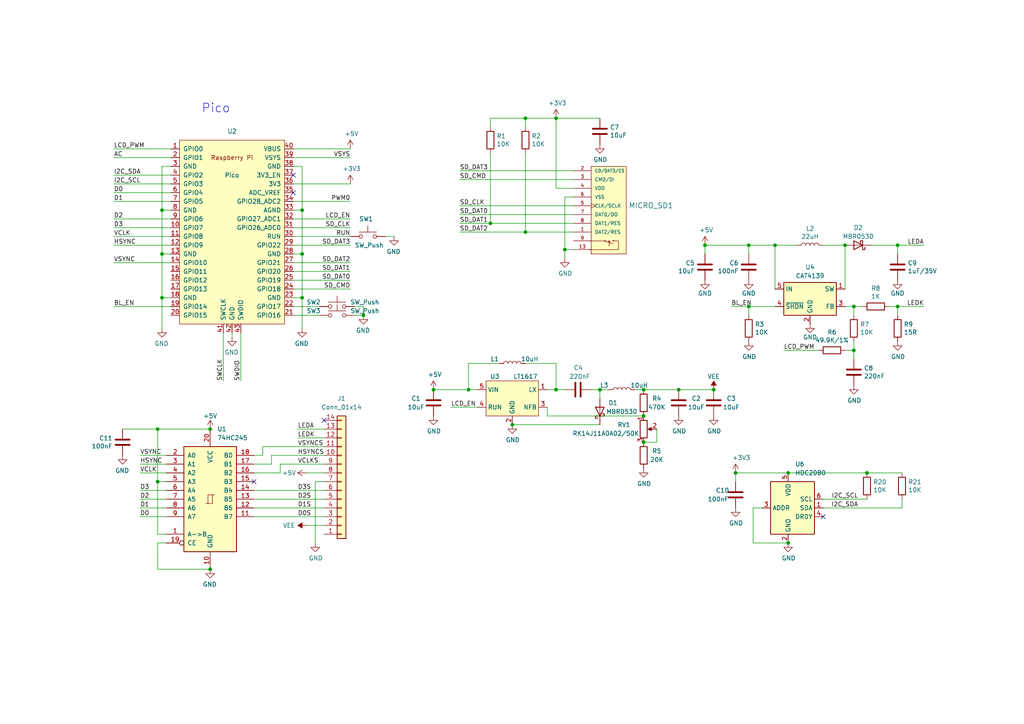
<source format=kicad_sch>
(kicad_sch (version 20211123) (generator eeschema)
  (paper "A4")
  (lib_symbols
    (symbol "74xx:74HC245" (pin_names (offset 1.016))
      (property "Reference" "U" (at -7.62 16.51 0))
      (property "Value" "74HC245" (at -7.62 -16.51 0))
      (symbol "74HC245_1_0"
        (polyline (pts (xy -0.635 -1.27) (xy -0.635 1.27) (xy 0.635 1.27)))
        (polyline (pts (xy -1.27 -1.27) (xy 0.635 -1.27) (xy 0.635 1.27) (xy 1.27 1.27)))
        (pin input line (at -12.7 -10.16 0) (length 5.08) (name "A->B") (number "1"))
        (pin power_in line (at 0 -20.32 90) (length 5.08) (name "GND") (number "10"))
        (pin tri_state line (at 12.7 -5.08 180) (length 5.08) (name "B7") (number "11"))
        (pin tri_state line (at 12.7 -2.54 180) (length 5.08) (name "B6") (number "12"))
        (pin tri_state line (at 12.7 0 180) (length 5.08) (name "B5") (number "13"))
        (pin tri_state line (at 12.7 2.54 180) (length 5.08) (name "B4") (number "14"))
        (pin tri_state line (at 12.7 5.08 180) (length 5.08) (name "B3") (number "15"))
        (pin tri_state line (at 12.7 7.62 180) (length 5.08) (name "B2") (number "16"))
        (pin tri_state line (at 12.7 10.16 180) (length 5.08) (name "B1") (number "17"))
        (pin tri_state line (at 12.7 12.7 180) (length 5.08) (name "B0") (number "18"))
        (pin input inverted (at -12.7 -12.7 0) (length 5.08) (name "CE") (number "19"))
        (pin tri_state line (at -12.7 12.7 0) (length 5.08) (name "A0") (number "2"))
        (pin power_in line (at 0 20.32 270) (length 5.08) (name "VCC") (number "20"))
        (pin tri_state line (at -12.7 10.16 0) (length 5.08) (name "A1") (number "3"))
        (pin tri_state line (at -12.7 7.62 0) (length 5.08) (name "A2") (number "4"))
        (pin tri_state line (at -12.7 5.08 0) (length 5.08) (name "A3") (number "5"))
        (pin tri_state line (at -12.7 2.54 0) (length 5.08) (name "A4") (number "6"))
        (pin tri_state line (at -12.7 0 0) (length 5.08) (name "A5") (number "7"))
        (pin tri_state line (at -12.7 -2.54 0) (length 5.08) (name "A6") (number "8"))
        (pin tri_state line (at -12.7 -5.08 0) (length 5.08) (name "A7") (number "9"))
      )
      (symbol "74HC245_1_1"
        (rectangle (start -7.62 15.24) (end 7.62 -15.24) (stroke (width 0.254)) (fill (type background)))
      )
    )
    (symbol "Connector_Generic:Conn_01x14" (pin_names (offset 1.016) hide)
      (property "Reference" "J" (at 0 17.78 0))
      (property "Value" "Conn_01x14" (at 0 -20.32 0))
      (symbol "Conn_01x14_1_1"
        (rectangle (start -1.27 -17.653) (end 0 -17.907) (stroke (width 0.1524)))
        (rectangle (start -1.27 -15.113) (end 0 -15.367) (stroke (width 0.1524)))
        (rectangle (start -1.27 -12.573) (end 0 -12.827) (stroke (width 0.1524)))
        (rectangle (start -1.27 -10.033) (end 0 -10.287) (stroke (width 0.1524)))
        (rectangle (start -1.27 -7.493) (end 0 -7.747) (stroke (width 0.1524)))
        (rectangle (start -1.27 -4.953) (end 0 -5.207) (stroke (width 0.1524)))
        (rectangle (start -1.27 -2.413) (end 0 -2.667) (stroke (width 0.1524)))
        (rectangle (start -1.27 0.127) (end 0 -0.127) (stroke (width 0.1524)))
        (rectangle (start -1.27 2.667) (end 0 2.413) (stroke (width 0.1524)))
        (rectangle (start -1.27 5.207) (end 0 4.953) (stroke (width 0.1524)))
        (rectangle (start -1.27 7.747) (end 0 7.493) (stroke (width 0.1524)))
        (rectangle (start -1.27 10.287) (end 0 10.033) (stroke (width 0.1524)))
        (rectangle (start -1.27 12.827) (end 0 12.573) (stroke (width 0.1524)))
        (rectangle (start -1.27 15.367) (end 0 15.113) (stroke (width 0.1524)))
        (rectangle (start -1.27 16.51) (end 1.27 -19.05) (stroke (width 0.254)) (fill (type background)))
        (pin passive line (at -5.08 15.24 0) (length 3.81) (name "Pin_1") (number "1"))
        (pin passive line (at -5.08 -7.62 0) (length 3.81) (name "Pin_10") (number "10"))
        (pin passive line (at -5.08 -10.16 0) (length 3.81) (name "Pin_11") (number "11"))
        (pin passive line (at -5.08 -12.7 0) (length 3.81) (name "Pin_12") (number "12"))
        (pin passive line (at -5.08 -15.24 0) (length 3.81) (name "Pin_13") (number "13"))
        (pin passive line (at -5.08 -17.78 0) (length 3.81) (name "Pin_14") (number "14"))
        (pin passive line (at -5.08 12.7 0) (length 3.81) (name "Pin_2") (number "2"))
        (pin passive line (at -5.08 10.16 0) (length 3.81) (name "Pin_3") (number "3"))
        (pin passive line (at -5.08 7.62 0) (length 3.81) (name "Pin_4") (number "4"))
        (pin passive line (at -5.08 5.08 0) (length 3.81) (name "Pin_5") (number "5"))
        (pin passive line (at -5.08 2.54 0) (length 3.81) (name "Pin_6") (number "6"))
        (pin passive line (at -5.08 0 0) (length 3.81) (name "Pin_7") (number "7"))
        (pin passive line (at -5.08 -2.54 0) (length 3.81) (name "Pin_8") (number "8"))
        (pin passive line (at -5.08 -5.08 0) (length 3.81) (name "Pin_9") (number "9"))
      )
    )
    (symbol "Device:C" (pin_numbers hide) (pin_names (offset 0.254))
      (property "Reference" "C" (at 0.635 2.54 0))
      (property "Value" "C" (at 0.635 -2.54 0))
      (symbol "C_0_1"
        (polyline (pts (xy -2.032 -0.762) (xy 2.032 -0.762)) (stroke (width 0.508)))
        (polyline (pts (xy -2.032 0.762) (xy 2.032 0.762)) (stroke (width 0.508)))
      )
      (symbol "C_1_1"
        (pin passive line (at 0 3.81 270) (length 2.794) (name "~") (number "1"))
        (pin passive line (at 0 -3.81 90) (length 2.794) (name "~") (number "2"))
      )
    )
    (symbol "Device:L" (pin_numbers hide) (pin_names (offset 1.016) hide)
      (property "Reference" "L" (at -1.27 0 90))
      (property "Value" "L" (at 1.905 0 90))
      (symbol "L_0_1"
        (arc (start 0 -2.54) (mid 0.635 -1.905) (end 0 -1.27))
        (arc (start 0 -1.27) (mid 0.635 -0.635) (end 0 0))
        (arc (start 0 0) (mid 0.635 0.635) (end 0 1.27))
        (arc (start 0 1.27) (mid 0.635 1.905) (end 0 2.54))
      )
      (symbol "L_1_1"
        (pin passive line (at 0 3.81 270) (length 1.27) (name "1") (number "1"))
        (pin passive line (at 0 -3.81 90) (length 1.27) (name "2") (number "2"))
      )
    )
    (symbol "Device:R" (pin_numbers hide) (pin_names (offset 0))
      (property "Reference" "R" (at 2.032 0 90))
      (property "Value" "R" (at 0 0 90))
      (symbol "R_0_1"
        (rectangle (start -1.016 -2.54) (end 1.016 2.54) (stroke (width 0.254)))
      )
      (symbol "R_1_1"
        (pin passive line (at 0 3.81 270) (length 1.27) (name "~") (number "1"))
        (pin passive line (at 0 -3.81 90) (length 1.27) (name "~") (number "2"))
      )
    )
    (symbol "Device:R_POT" (pin_names (offset 1.016) hide)
      (property "Reference" "RV" (at -4.445 0 90))
      (property "Value" "Device_R_POT" (at -2.54 0 90))
      (symbol "R_POT_0_1"
        (polyline (pts (xy 2.54 0) (xy 1.524 0)))
        (polyline (pts (xy 1.143 0) (xy 2.286 0.508) (xy 2.286 -0.508) (xy 1.143 0)) (fill (type outline)))
        (rectangle (start 1.016 2.54) (end -1.016 -2.54) (stroke (width 0.254)))
      )
      (symbol "R_POT_1_1"
        (pin passive line (at 0 3.81 270) (length 1.27) (name "1") (number "1"))
        (pin passive line (at 3.81 0 180) (length 1.27) (name "2") (number "2"))
        (pin passive line (at 0 -3.81 90) (length 1.27) (name "3") (number "3"))
      )
    )
    (symbol "Diode:1N5819" (pin_numbers hide) (pin_names (offset 1.016) hide)
      (property "Reference" "D" (at 0 2.54 0))
      (property "Value" "1N5819" (at 0 -2.54 0))
      (symbol "1N5819_0_1"
        (polyline (pts (xy 1.27 0) (xy -1.27 0)))
        (polyline (pts (xy 1.27 1.27) (xy 1.27 -1.27) (xy -1.27 0) (xy 1.27 1.27)) (stroke (width 0.254)))
        (polyline (pts (xy -1.905 0.635) (xy -1.905 1.27) (xy -1.27 1.27) (xy -1.27 -1.27) (xy -0.635 -1.27) (xy -0.635 -0.635)) (stroke (width 0.254)))
      )
      (symbol "1N5819_1_1"
        (pin passive line (at -3.81 0 0) (length 2.54) (name "K") (number "1"))
        (pin passive line (at 3.81 0 180) (length 2.54) (name "A") (number "2"))
      )
    )
    (symbol "Diode:MBR0530" (pin_numbers hide) (pin_names (offset 1.016) hide)
      (property "Reference" "D" (at 0 2.54 0))
      (property "Value" "MBR0530" (at 0 -2.54 0))
      (symbol "MBR0530_0_1"
        (polyline (pts (xy 1.27 0) (xy -1.27 0)))
        (polyline (pts (xy 1.27 1.27) (xy 1.27 -1.27) (xy -1.27 0) (xy 1.27 1.27)) (stroke (width 0.254)))
        (polyline (pts (xy -1.905 0.635) (xy -1.905 1.27) (xy -1.27 1.27) (xy -1.27 -1.27) (xy -0.635 -1.27) (xy -0.635 -0.635)) (stroke (width 0.254)))
      )
      (symbol "MBR0530_1_1"
        (pin passive line (at -3.81 0 0) (length 2.54) (name "K") (number "1"))
        (pin passive line (at 3.81 0 180) (length 2.54) (name "A") (number "2"))
      )
    )
    (symbol "RPi_Pico:Pico" (pin_names (offset 1.016))
      (property "Reference" "U" (at -13.97 27.94 0))
      (property "Value" "Pico" (at 0 19.05 0))
      (symbol "Pico_0_0"
        (text "Raspberry Pi" (at 0 21.59 0) (effects (font (size 1.27 1.27))))
      )
      (symbol "Pico_0_1"
        (rectangle (start -15.24 26.67) (end 15.24 -26.67) (fill (type background)))
      )
      (symbol "Pico_1_1"
        (pin bidirectional line (at -17.78 24.13 0) (length 2.54) (name "GPIO0") (number "1"))
        (pin bidirectional line (at -17.78 1.27 0) (length 2.54) (name "GPIO7") (number "10"))
        (pin bidirectional line (at -17.78 -1.27 0) (length 2.54) (name "GPIO8") (number "11"))
        (pin bidirectional line (at -17.78 -3.81 0) (length 2.54) (name "GPIO9") (number "12"))
        (pin power_in line (at -17.78 -6.35 0) (length 2.54) (name "GND") (number "13"))
        (pin bidirectional line (at -17.78 -8.89 0) (length 2.54) (name "GPIO10") (number "14"))
        (pin bidirectional line (at -17.78 -11.43 0) (length 2.54) (name "GPIO11") (number "15"))
        (pin bidirectional line (at -17.78 -13.97 0) (length 2.54) (name "GPIO12") (number "16"))
        (pin bidirectional line (at -17.78 -16.51 0) (length 2.54) (name "GPIO13") (number "17"))
        (pin power_in line (at -17.78 -19.05 0) (length 2.54) (name "GND") (number "18"))
        (pin bidirectional line (at -17.78 -21.59 0) (length 2.54) (name "GPIO14") (number "19"))
        (pin bidirectional line (at -17.78 21.59 0) (length 2.54) (name "GPIO1") (number "2"))
        (pin bidirectional line (at -17.78 -24.13 0) (length 2.54) (name "GPIO15") (number "20"))
        (pin bidirectional line (at 17.78 -24.13 180) (length 2.54) (name "GPIO16") (number "21"))
        (pin bidirectional line (at 17.78 -21.59 180) (length 2.54) (name "GPIO17") (number "22"))
        (pin power_in line (at 17.78 -19.05 180) (length 2.54) (name "GND") (number "23"))
        (pin bidirectional line (at 17.78 -16.51 180) (length 2.54) (name "GPIO18") (number "24"))
        (pin bidirectional line (at 17.78 -13.97 180) (length 2.54) (name "GPIO19") (number "25"))
        (pin bidirectional line (at 17.78 -11.43 180) (length 2.54) (name "GPIO20") (number "26"))
        (pin bidirectional line (at 17.78 -8.89 180) (length 2.54) (name "GPIO21") (number "27"))
        (pin power_in line (at 17.78 -6.35 180) (length 2.54) (name "GND") (number "28"))
        (pin bidirectional line (at 17.78 -3.81 180) (length 2.54) (name "GPIO22") (number "29"))
        (pin power_in line (at -17.78 19.05 0) (length 2.54) (name "GND") (number "3"))
        (pin input line (at 17.78 -1.27 180) (length 2.54) (name "RUN") (number "30"))
        (pin bidirectional line (at 17.78 1.27 180) (length 2.54) (name "GPIO26_ADC0") (number "31"))
        (pin bidirectional line (at 17.78 3.81 180) (length 2.54) (name "GPIO27_ADC1") (number "32"))
        (pin power_in line (at 17.78 6.35 180) (length 2.54) (name "AGND") (number "33"))
        (pin bidirectional line (at 17.78 8.89 180) (length 2.54) (name "GPIO28_ADC2") (number "34"))
        (pin unspecified line (at 17.78 11.43 180) (length 2.54) (name "ADC_VREF") (number "35"))
        (pin unspecified line (at 17.78 13.97 180) (length 2.54) (name "3V3") (number "36"))
        (pin input line (at 17.78 16.51 180) (length 2.54) (name "3V3_EN") (number "37"))
        (pin bidirectional line (at 17.78 19.05 180) (length 2.54) (name "GND") (number "38"))
        (pin unspecified line (at 17.78 21.59 180) (length 2.54) (name "VSYS") (number "39"))
        (pin bidirectional line (at -17.78 16.51 0) (length 2.54) (name "GPIO2") (number "4"))
        (pin unspecified line (at 17.78 24.13 180) (length 2.54) (name "VBUS") (number "40"))
        (pin input line (at -2.54 -29.21 90) (length 2.54) (name "SWCLK") (number "41"))
        (pin power_in line (at 0 -29.21 90) (length 2.54) (name "GND") (number "42"))
        (pin bidirectional line (at 2.54 -29.21 90) (length 2.54) (name "SWDIO") (number "43"))
        (pin bidirectional line (at -17.78 13.97 0) (length 2.54) (name "GPIO3") (number "5"))
        (pin bidirectional line (at -17.78 11.43 0) (length 2.54) (name "GPIO4") (number "6"))
        (pin bidirectional line (at -17.78 8.89 0) (length 2.54) (name "GPIO5") (number "7"))
        (pin power_in line (at -17.78 6.35 0) (length 2.54) (name "GND") (number "8"))
        (pin bidirectional line (at -17.78 3.81 0) (length 2.54) (name "GPIO6") (number "9"))
      )
    )
    (symbol "Regulator_Switching:AP3012"
      (property "Reference" "U" (at -7.62 5.715 0))
      (property "Value" "AP3012" (at 0 5.715 0))
      (symbol "AP3012_0_1"
        (rectangle (start -7.62 4.445) (end 7.62 -5.08) (stroke (width 0.254)) (fill (type background)))
      )
      (symbol "AP3012_1_1"
        (pin passive line (at 10.16 2.54 180) (length 2.54) (name "SW") (number "1"))
        (pin power_in line (at 0 -7.62 90) (length 2.54) (name "GND") (number "2"))
        (pin input line (at 10.16 -2.54 180) (length 2.54) (name "FB") (number "3"))
        (pin input line (at -10.16 -2.54 0) (length 2.54) (name "~{SHDN}") (number "4"))
        (pin power_in line (at -10.16 2.54 0) (length 2.54) (name "IN") (number "5"))
      )
    )
    (symbol "Sensor_Humidity:HDC2080"
      (property "Reference" "U" (at -6.35 8.89 0))
      (property "Value" "HDC2080" (at 2.54 8.89 0))
      (symbol "HDC2080_0_1"
        (rectangle (start -7.62 7.62) (end 5.08 -7.62) (stroke (width 0.254)) (fill (type background)))
      )
      (symbol "HDC2080_1_1"
        (pin bidirectional line (at 7.62 0 180) (length 2.54) (name "SDA") (number "1"))
        (pin power_in line (at -2.54 -10.16 90) (length 2.54) (name "GND") (number "2"))
        (pin input line (at -10.16 0 0) (length 2.54) (name "ADDR") (number "3"))
        (pin output line (at 7.62 -2.54 180) (length 2.54) (name "DRDY") (number "4"))
        (pin power_in line (at -2.54 10.16 270) (length 2.54) (name "VDD") (number "5"))
        (pin input line (at 7.62 2.54 180) (length 2.54) (name "SCL") (number "6"))
        (pin no_connect line (at -10.16 -2.54 0) (length 2.54) hide (name "PAD") (number "7"))
      )
    )
    (symbol "Sitina:MICRO_SD(TFC-WPAPR-08)" (pin_names (offset 1.016))
      (property "Reference" "MICRO_SD" (at 2.54 15.24 0))
      (property "Value" "MICRO_SD(TFC-WPAPR-08)" (at 0 -12.7 0))
      (symbol "MICRO_SD(TFC-WPAPR-08)_0_0"
        (rectangle (start -2.54 13.97) (end 7.62 -11.43) (fill (type background)))
        (polyline (pts (xy 2.6416 -7.5946) (xy 2.4638 -7.8994)))
        (polyline (pts (xy 2.6924 -7.6962) (xy 2.6924 -9.1694)))
        (polyline (pts (xy 2.667 -7.5438) (xy 2.921 -7.9756) (xy 2.8956 -7.9756)))
      )
      (symbol "MICRO_SD(TFC-WPAPR-08)_0_1"
        (polyline (pts (xy -3.048 -7.6454) (xy 1.2954 -7.6454)))
        (polyline (pts (xy 1.7018 -7.7978) (xy 3.81 -8.4582)))
        (polyline (pts (xy -3.1496 -10.16) (xy 5.4102 -10.16) (xy 5.4102 -7.6454) (xy 4.1402 -7.6454)))
        (circle (center 1.5494 -7.6454) (radius 0.1524))
        (circle (center 3.8862 -7.62) (radius 0.1524))
      )
      (symbol "MICRO_SD(TFC-WPAPR-08)_1_1"
        (pin bidirectional line (at -7.62 -5.08 0) (length 5.08) (name "DAT2/RES") (number "1"))
        (pin passive line (at -7.62 -10.16 0) (length 5.08) hide (name "~") (number "10"))
        (pin passive line (at -7.62 -10.16 0) (length 5.08) hide (name "~") (number "11"))
        (pin passive line (at -7.62 -10.16 0) (length 5.08) hide (name "~") (number "12"))
        (pin passive line (at -7.62 -10.16 0) (length 5.08) (name "~") (number "13"))
        (pin bidirectional line (at -7.62 12.7 0) (length 5.08) (name "CD/DAT3/CS") (number "2"))
        (pin input line (at -7.62 10.16 0) (length 5.08) (name "CMD/DI") (number "3"))
        (pin power_in line (at -7.62 7.62 0) (length 5.08) (name "VDD") (number "4"))
        (pin input clock (at -7.62 2.54 0) (length 5.08) (name "CLK/SCLK") (number "5"))
        (pin power_in line (at -7.62 5.08 0) (length 5.08) (name "VSS") (number "6"))
        (pin bidirectional line (at -7.62 0 0) (length 5.08) (name "DAT0/DO") (number "7"))
        (pin bidirectional line (at -7.62 -2.54 0) (length 5.08) (name "DAT1/RES") (number "8"))
        (pin passive line (at -7.62 -7.62 0) (length 5.08) (name "~") (number "9"))
      )
    )
    (symbol "Switch:SW_Push" (pin_numbers hide) (pin_names (offset 1.016) hide)
      (property "Reference" "SW" (at 1.27 2.54 0))
      (property "Value" "SW_Push" (at 0 -1.524 0))
      (symbol "SW_Push_0_1"
        (circle (center -2.032 0) (radius 0.508))
        (polyline (pts (xy 0 1.27) (xy 0 3.048)))
        (polyline (pts (xy 2.54 1.27) (xy -2.54 1.27)))
        (circle (center 2.032 0) (radius 0.508))
        (pin passive line (at -5.08 0 0) (length 2.54) (name "1") (number "1"))
        (pin passive line (at 5.08 0 180) (length 2.54) (name "2") (number "2"))
      )
    )
    (symbol "power:+3.3V" (power) (pin_names (offset 0))
      (property "Value" "+3.3V" (at 0 3.556 0))
      (symbol "+3.3V_0_1"
        (polyline (pts (xy -0.762 1.27) (xy 0 2.54)))
        (polyline (pts (xy 0 0) (xy 0 2.54)))
        (polyline (pts (xy 0 2.54) (xy 0.762 1.27)))
      )
      (symbol "+3.3V_1_1"
        (pin power_in line (at 0 0 90) (length 0) hide (name "+3V3") (number "1"))
      )
    )
    (symbol "power:+5V" (power) (pin_names (offset 0))
      (property "Value" "+5V" (at 0 3.556 0))
      (symbol "+5V_0_1"
        (polyline (pts (xy -0.762 1.27) (xy 0 2.54)))
        (polyline (pts (xy 0 0) (xy 0 2.54)))
        (polyline (pts (xy 0 2.54) (xy 0.762 1.27)))
      )
      (symbol "+5V_1_1"
        (pin power_in line (at 0 0 90) (length 0) hide (name "+5V") (number "1"))
      )
    )
    (symbol "power:GND" (power) (pin_names (offset 0))
      (property "Value" "GND" (at 0 -3.81 0))
      (symbol "GND_0_1"
        (polyline (pts (xy 0 0) (xy 0 -1.27) (xy 1.27 -1.27) (xy 0 -2.54) (xy -1.27 -1.27) (xy 0 -1.27)))
      )
      (symbol "GND_1_1"
        (pin power_in line (at 0 0 270) (length 0) hide (name "GND") (number "1"))
      )
    )
    (symbol "power:VEE" (power) (pin_names (offset 0))
      (property "Value" "VEE" (at 0 3.81 0))
      (symbol "VEE_0_1"
        (polyline (pts (xy 0 0) (xy 0 2.54)))
        (polyline (pts (xy 0.762 1.27) (xy -0.762 1.27) (xy 0 2.54) (xy 0.762 1.27)) (fill (type outline)))
      )
      (symbol "VEE_1_1"
        (pin power_in line (at 0 0 90) (length 0) hide (name "VEE") (number "1"))
      )
    )
    (symbol "symbols:LT1617"
      (property "Reference" "U" (at 0 0 0))
      (property "Value" "LT1617" (at 0 -2.54 0))
      (symbol "LT1617_0_1"
        (rectangle (start -7.62 -5.08) (end 7.62 -15.24) (stroke (width 0.1524)) (fill (type background)))
      )
      (symbol "LT1617_1_1"
        (pin unspecified line (at 10.16 -7.62 180) (length 2.54) (name "LX") (number "1"))
        (pin power_in line (at 0 -17.78 90) (length 2.54) (name "GND") (number "2"))
        (pin input line (at 10.16 -12.7 180) (length 2.54) (name "NFB") (number "3"))
        (pin input line (at -10.16 -12.7 0) (length 2.54) (name "RUN") (number "4"))
        (pin power_in line (at -10.16 -7.62 0) (length 2.54) (name "VIN") (number "5"))
      )
    )
  )
  (junction (at 142.24 64.77) (diameter 0.9144))
  (junction (at 148.59 123.19))
  (junction (at 186.69 120.65))
  (junction (at 173.99 113.03))
  (junction (at 217.17 71.12) (diameter 0.9144))
  (junction (at 60.96 124.46))
  (junction (at 87.63 86.36) (diameter 0.9144))
  (junction (at 228.6 157.48))
  (junction (at 152.4 34.29) (diameter 0.9144))
  (junction (at 46.99 73.66) (diameter 0.9144))
  (junction (at 213.36 137.16))
  (junction (at 204.47 71.12))
  (junction (at 217.17 88.9) (diameter 0.9144))
  (junction (at 245.11 71.12) (diameter 0.9144))
  (junction (at 224.79 71.12) (diameter 0.9144))
  (junction (at 46.99 86.36) (diameter 0.9144))
  (junction (at 196.85 113.03) (diameter 0.9144))
  (junction (at 87.63 60.96) (diameter 0.9144))
  (junction (at 135.89 113.03) (diameter 0.9144))
  (junction (at 186.69 128.27))
  (junction (at 87.63 73.66) (diameter 0.9144))
  (junction (at 45.72 124.46))
  (junction (at 247.65 88.9) (diameter 0.9144))
  (junction (at 105.41 91.44))
  (junction (at 125.73 113.03))
  (junction (at 260.35 71.12) (diameter 0.9144))
  (junction (at 247.65 101.6) (diameter 0.9144))
  (junction (at 207.01 113.03))
  (junction (at 161.29 113.03) (diameter 0.9144))
  (junction (at 46.99 60.96) (diameter 0.9144))
  (junction (at 186.69 113.03) (diameter 0.9144))
  (junction (at 251.46 137.16))
  (junction (at 152.4 67.31) (diameter 0.9144))
  (junction (at 60.96 165.1))
  (junction (at 163.83 72.39) (diameter 0.9144))
  (junction (at 45.72 139.7))
  (junction (at 161.29 34.29) (diameter 0.9144))
  (junction (at 260.35 88.9) (diameter 0.9144))
  (junction (at 228.6 137.16))
  (no_connect (at 85.09 55.88))
  (no_connect (at 73.66 139.7))
  (no_connect (at 238.76 149.86))
  (no_connect (at 85.09 50.8))
  (no_connect (at 93.98 121.92))
  (wire (pts (xy 133.35 59.69) (xy 166.37 59.69)))
  (wire (pts (xy 33.02 45.72) (xy 49.53 45.72)))
  (wire (pts (xy 64.77 96.52) (xy 64.77 110.49)))
  (wire (pts (xy 133.35 49.53) (xy 166.37 49.53)))
  (wire (pts (xy 218.44 157.48) (xy 228.6 157.48)))
  (wire (pts (xy 152.4 44.45) (xy 152.4 67.31)))
  (wire (pts (xy 87.63 48.26) (xy 87.63 60.96)))
  (wire (pts (xy 190.5 128.27) (xy 186.69 128.27)))
  (wire (pts (xy 45.72 165.1) (xy 60.96 165.1)))
  (wire (pts (xy 133.35 62.23) (xy 166.37 62.23)))
  (wire (pts (xy 73.66 144.78) (xy 93.98 144.78)))
  (wire (pts (xy 260.35 73.66) (xy 260.35 71.12)))
  (wire (pts (xy 161.29 54.61) (xy 161.29 34.29)))
  (wire (pts (xy 45.72 139.7) (xy 45.72 154.94)))
  (wire (pts (xy 166.37 54.61) (xy 161.29 54.61)))
  (wire (pts (xy 45.72 124.46) (xy 60.96 124.46)))
  (wire (pts (xy 33.02 88.9) (xy 49.53 88.9)))
  (wire (pts (xy 88.9 137.16) (xy 93.98 137.16)))
  (wire (pts (xy 40.64 142.24) (xy 48.26 142.24)))
  (wire (pts (xy 73.66 147.32) (xy 93.98 147.32)))
  (wire (pts (xy 85.09 76.2) (xy 101.6 76.2)))
  (wire (pts (xy 85.09 88.9) (xy 92.71 88.9)))
  (wire (pts (xy 49.53 53.34) (xy 33.02 53.34)))
  (wire (pts (xy 33.02 71.12) (xy 49.53 71.12)))
  (wire (pts (xy 40.64 134.62) (xy 48.26 134.62)))
  (wire (pts (xy 40.64 149.86) (xy 48.26 149.86)))
  (wire (pts (xy 133.35 64.77) (xy 142.24 64.77)))
  (wire (pts (xy 142.24 64.77) (xy 166.37 64.77)))
  (wire (pts (xy 161.29 113.03) (xy 163.83 113.03)))
  (wire (pts (xy 46.99 48.26) (xy 46.99 60.96)))
  (wire (pts (xy 73.66 134.62) (xy 78.74 134.62)))
  (wire (pts (xy 88.9 152.4) (xy 93.98 152.4)))
  (wire (pts (xy 40.64 137.16) (xy 48.26 137.16)))
  (wire (pts (xy 33.02 66.04) (xy 49.53 66.04)))
  (wire (pts (xy 217.17 91.44) (xy 217.17 88.9)))
  (wire (pts (xy 76.2 129.54) (xy 93.98 129.54)))
  (wire (pts (xy 87.63 60.96) (xy 87.63 73.66)))
  (wire (pts (xy 251.46 137.16) (xy 261.62 137.16)))
  (wire (pts (xy 40.64 132.08) (xy 48.26 132.08)))
  (wire (pts (xy 105.41 88.9) (xy 105.41 91.44)))
  (wire (pts (xy 85.09 45.72) (xy 101.6 45.72)))
  (wire (pts (xy 260.35 88.9) (xy 257.81 88.9)))
  (wire (pts (xy 91.44 157.48) (xy 91.44 139.7)))
  (wire (pts (xy 260.35 91.44) (xy 260.35 88.9)))
  (wire (pts (xy 85.09 78.74) (xy 101.6 78.74)))
  (wire (pts (xy 171.45 113.03) (xy 173.99 113.03)))
  (wire (pts (xy 93.98 139.7) (xy 91.44 139.7)))
  (wire (pts (xy 46.99 60.96) (xy 46.99 73.66)))
  (wire (pts (xy 86.36 124.46) (xy 93.98 124.46)))
  (wire (pts (xy 73.66 137.16) (xy 81.28 137.16)))
  (wire (pts (xy 49.53 50.8) (xy 33.02 50.8)))
  (wire (pts (xy 224.79 71.12) (xy 224.79 83.82)))
  (wire (pts (xy 252.73 71.12) (xy 260.35 71.12)))
  (wire (pts (xy 46.99 86.36) (xy 46.99 95.25)))
  (wire (pts (xy 133.35 52.07) (xy 166.37 52.07)))
  (wire (pts (xy 85.09 91.44) (xy 92.71 91.44)))
  (wire (pts (xy 161.29 105.41) (xy 161.29 113.03)))
  (wire (pts (xy 85.09 63.5) (xy 101.6 63.5)))
  (wire (pts (xy 125.73 113.03) (xy 135.89 113.03)))
  (wire (pts (xy 166.37 72.39) (xy 163.83 72.39)))
  (wire (pts (xy 152.4 105.41) (xy 161.29 105.41)))
  (wire (pts (xy 133.35 67.31) (xy 152.4 67.31)))
  (wire (pts (xy 152.4 67.31) (xy 166.37 67.31)))
  (wire (pts (xy 33.02 43.18) (xy 49.53 43.18)))
  (wire (pts (xy 102.87 88.9) (xy 105.41 88.9)))
  (wire (pts (xy 130.81 118.11) (xy 138.43 118.11)))
  (wire (pts (xy 166.37 57.15) (xy 163.83 57.15)))
  (wire (pts (xy 81.28 137.16) (xy 81.28 134.62)))
  (wire (pts (xy 49.53 86.36) (xy 46.99 86.36)))
  (wire (pts (xy 85.09 48.26) (xy 87.63 48.26)))
  (wire (pts (xy 73.66 132.08) (xy 76.2 132.08)))
  (wire (pts (xy 217.17 71.12) (xy 224.79 71.12)))
  (wire (pts (xy 40.64 144.78) (xy 48.26 144.78)))
  (wire (pts (xy 173.99 113.03) (xy 176.53 113.03)))
  (wire (pts (xy 163.83 72.39) (xy 163.83 74.93)))
  (wire (pts (xy 46.99 73.66) (xy 46.99 86.36)))
  (wire (pts (xy 245.11 101.6) (xy 247.65 101.6)))
  (wire (pts (xy 238.76 147.32) (xy 261.62 147.32)))
  (wire (pts (xy 152.4 34.29) (xy 161.29 34.29)))
  (wire (pts (xy 85.09 53.34) (xy 101.6 53.34)))
  (wire (pts (xy 238.76 144.78) (xy 251.46 144.78)))
  (wire (pts (xy 135.89 113.03) (xy 138.43 113.03)))
  (wire (pts (xy 85.09 86.36) (xy 87.63 86.36)))
  (wire (pts (xy 186.69 113.03) (xy 196.85 113.03)))
  (wire (pts (xy 196.85 113.03) (xy 207.01 113.03)))
  (wire (pts (xy 161.29 34.29) (xy 173.99 34.29)))
  (wire (pts (xy 204.47 71.12) (xy 217.17 71.12)))
  (wire (pts (xy 158.75 120.65) (xy 186.69 120.65)))
  (wire (pts (xy 135.89 113.03) (xy 135.89 105.41)))
  (wire (pts (xy 217.17 73.66) (xy 217.17 71.12)))
  (wire (pts (xy 245.11 71.12) (xy 245.11 83.82)))
  (wire (pts (xy 227.33 101.6) (xy 237.49 101.6)))
  (wire (pts (xy 247.65 88.9) (xy 250.19 88.9)))
  (wire (pts (xy 40.64 147.32) (xy 48.26 147.32)))
  (wire (pts (xy 260.35 71.12) (xy 267.97 71.12)))
  (wire (pts (xy 33.02 76.2) (xy 49.53 76.2)))
  (wire (pts (xy 238.76 71.12) (xy 245.11 71.12)))
  (wire (pts (xy 76.2 132.08) (xy 76.2 129.54)))
  (wire (pts (xy 190.5 124.46) (xy 190.5 128.27)))
  (wire (pts (xy 85.09 71.12) (xy 101.6 71.12)))
  (wire (pts (xy 45.72 124.46) (xy 45.72 139.7)))
  (wire (pts (xy 67.31 96.52) (xy 67.31 97.79)))
  (wire (pts (xy 81.28 134.62) (xy 93.98 134.62)))
  (wire (pts (xy 142.24 34.29) (xy 152.4 34.29)))
  (wire (pts (xy 158.75 120.65) (xy 158.75 118.11)))
  (wire (pts (xy 49.53 60.96) (xy 46.99 60.96)))
  (wire (pts (xy 163.83 57.15) (xy 163.83 72.39)))
  (wire (pts (xy 148.59 123.19) (xy 173.99 123.19)))
  (wire (pts (xy 85.09 73.66) (xy 87.63 73.66)))
  (wire (pts (xy 69.85 96.52) (xy 69.85 110.49)))
  (wire (pts (xy 101.6 66.04) (xy 85.09 66.04)))
  (wire (pts (xy 35.56 124.46) (xy 45.72 124.46)))
  (wire (pts (xy 49.53 48.26) (xy 46.99 48.26)))
  (wire (pts (xy 260.35 88.9) (xy 267.97 88.9)))
  (wire (pts (xy 48.26 154.94) (xy 45.72 154.94)))
  (wire (pts (xy 152.4 34.29) (xy 152.4 36.83)))
  (wire (pts (xy 85.09 58.42) (xy 101.6 58.42)))
  (wire (pts (xy 85.09 83.82) (xy 101.6 83.82)))
  (wire (pts (xy 204.47 73.66) (xy 204.47 71.12)))
  (wire (pts (xy 111.76 68.58) (xy 114.3 68.58)))
  (wire (pts (xy 220.98 147.32) (xy 218.44 147.32)))
  (wire (pts (xy 186.69 113.03) (xy 184.15 113.03)))
  (wire (pts (xy 85.09 60.96) (xy 87.63 60.96)))
  (wire (pts (xy 33.02 63.5) (xy 49.53 63.5)))
  (wire (pts (xy 33.02 55.88) (xy 49.53 55.88)))
  (wire (pts (xy 33.02 68.58) (xy 49.53 68.58)))
  (wire (pts (xy 85.09 68.58) (xy 101.6 68.58)))
  (wire (pts (xy 85.09 81.28) (xy 101.6 81.28)))
  (wire (pts (xy 213.36 137.16) (xy 213.36 139.7)))
  (wire (pts (xy 73.66 142.24) (xy 93.98 142.24)))
  (wire (pts (xy 224.79 71.12) (xy 231.14 71.12)))
  (wire (pts (xy 245.11 88.9) (xy 247.65 88.9)))
  (wire (pts (xy 261.62 147.32) (xy 261.62 144.78)))
  (wire (pts (xy 142.24 44.45) (xy 142.24 64.77)))
  (wire (pts (xy 142.24 36.83) (xy 142.24 34.29)))
  (wire (pts (xy 48.26 157.48) (xy 45.72 157.48)))
  (wire (pts (xy 78.74 134.62) (xy 78.74 132.08)))
  (wire (pts (xy 173.99 113.03) (xy 173.99 115.57)))
  (wire (pts (xy 86.36 127) (xy 93.98 127)))
  (wire (pts (xy 218.44 147.32) (xy 218.44 157.48)))
  (wire (pts (xy 45.72 157.48) (xy 45.72 165.1)))
  (wire (pts (xy 213.36 137.16) (xy 228.6 137.16)))
  (wire (pts (xy 224.79 88.9) (xy 217.17 88.9)))
  (wire (pts (xy 45.72 139.7) (xy 48.26 139.7)))
  (wire (pts (xy 228.6 137.16) (xy 251.46 137.16)))
  (wire (pts (xy 78.74 132.08) (xy 93.98 132.08)))
  (wire (pts (xy 247.65 104.14) (xy 247.65 101.6)))
  (wire (pts (xy 102.87 91.44) (xy 105.41 91.44)))
  (wire (pts (xy 135.89 105.41) (xy 144.78 105.41)))
  (wire (pts (xy 247.65 91.44) (xy 247.65 88.9)))
  (wire (pts (xy 85.09 43.18) (xy 101.6 43.18)))
  (wire (pts (xy 49.53 73.66) (xy 46.99 73.66)))
  (wire (pts (xy 247.65 101.6) (xy 247.65 99.06)))
  (wire (pts (xy 217.17 88.9) (xy 212.09 88.9)))
  (wire (pts (xy 87.63 86.36) (xy 87.63 95.25)))
  (wire (pts (xy 33.02 58.42) (xy 49.53 58.42)))
  (wire (pts (xy 73.66 149.86) (xy 93.98 149.86)))
  (wire (pts (xy 161.29 113.03) (xy 158.75 113.03)))
  (wire (pts (xy 87.63 73.66) (xy 87.63 86.36)))
  (text "Pico" (at 58.42 33.02 0) (effects (font (size 2.54 2.54)) (justify left bottom)))
  (label "SD_DAT3" (at 133.35 49.53 0))
  (label "SD_DAT2" (at 101.6 76.2 180))
  (label "SWCLK" (at 64.77 110.49 90))
  (label "SD_CMD" (at 101.6 83.82 180))
  (label "SD_DAT1" (at 101.6 78.74 180))
  (label "VSYS" (at 101.6 45.72 180))
  (label "BL_EN" (at 212.09 88.9 0))
  (label "D3S" (at 86.36 142.24 0))
  (label "LCD_PWM" (at 227.33 101.6 0))
  (label "HSYNC" (at 33.02 71.12 0))
  (label "HSYNCS" (at 86.36 132.08 0))
  (label "SD_DAT0" (at 101.6 81.28 180))
  (label "VSYNCS" (at 86.36 129.54 0))
  (label "VCLK" (at 40.64 137.16 0))
  (label "D2" (at 33.02 63.5 0))
  (label "RUN" (at 101.6 68.58 180))
  (label "SD_DAT3" (at 101.6 71.12 180))
  (label "I2C_SDA" (at 33.02 50.8 0))
  (label "LEDA" (at 267.97 71.12 180))
  (label "I2C_SDA" (at 248.92 147.32 180))
  (label "SD_CLK" (at 101.6 66.04 180))
  (label "BL_EN" (at 33.02 88.9 0))
  (label "LCD_PWM" (at 33.02 43.18 0))
  (label "LEDA" (at 86.36 124.46 0))
  (label "LCD_EN" (at 130.81 118.11 0))
  (label "D1" (at 33.02 58.42 0))
  (label "SD_DAT0" (at 133.35 62.23 0))
  (label "SD_DAT2" (at 133.35 67.31 0))
  (label "SD_DAT1" (at 133.35 64.77 0))
  (label "PWM0" (at 101.6 58.42 180))
  (label "D0" (at 40.64 149.86 0))
  (label "LCD_EN" (at 101.6 63.5 180))
  (label "SWDIO" (at 69.85 110.49 90))
  (label "D0" (at 33.02 55.88 0))
  (label "LEDK" (at 86.36 127 0))
  (label "D1S" (at 86.36 147.32 0))
  (label "VCLKS" (at 86.36 134.62 0))
  (label "D1" (at 40.64 147.32 0))
  (label "D0S" (at 86.36 149.86 0))
  (label "HSYNC" (at 40.64 134.62 0))
  (label "D3" (at 33.02 66.04 0))
  (label "I2C_SCL" (at 33.02 53.34 0))
  (label "AC" (at 33.02 45.72 0))
  (label "VCLK" (at 33.02 68.58 0))
  (label "VSYNC" (at 33.02 76.2 0))
  (label "D3" (at 40.64 142.24 0))
  (label "SD_CMD" (at 133.35 52.07 0))
  (label "SD_CLK" (at 133.35 59.69 0))
  (label "D2S" (at 86.36 144.78 0))
  (label "D2" (at 40.64 144.78 0))
  (label "I2C_SCL" (at 248.92 144.78 180))
  (label "VSYNC" (at 40.64 132.08 0))
  (label "LEDK" (at 267.97 88.9 180))
  (symbol (lib_id "power:GND") (at 87.63 95.25 0) (mirror y) (unit 1)
    (property "Reference" "#PWR03" (effects hide))
    (property "Value" "GND" (at 87.503 99.6442 0))
  )
  (symbol (lib_id "power:GND") (at 163.83 74.93 0) (unit 1)
    (property "Reference" "#PWR014" (effects hide))
    (property "Value" "GND" (at 163.957 79.3242 0))
  )
  (symbol (lib_id "power:+5V") (at 101.6 43.18 0) (unit 1)
    (property "Reference" "#PWR04" (effects hide))
    (property "Value" "+5V" (at 101.981 38.7858 0))
  )
  (symbol (lib_id "power:GND") (at 173.99 41.91 0) (unit 1)
    (property "Reference" "#PWR015" (effects hide))
    (property "Value" "GND" (at 174.117 46.3042 0))
  )
  (symbol (lib_id "power:GND") (at 125.73 120.65 0) (unit 1)
    (property "Reference" "#PWR021" (effects hide))
    (property "Value" "GND" (at 125.857 125.0442 0))
  )
  (symbol (lib_id "power:GND") (at 60.96 165.1 0) (mirror y) (unit 1)
    (property "Reference" "#PWR0104" (effects hide))
    (property "Value" "GND" (at 60.833 169.4942 0))
  )
  (symbol (lib_id "Device:R") (at 241.3 101.6 270) (unit 1)
    (property "Reference" "R6" (at 241.3 96.3422 90))
    (property "Value" "49.9K/1%" (at 241.3 98.6536 90))
    (property "Footprint" "Resistor_SMD:R_0402_1005Metric" (effects hide))
  )
  (symbol (lib_id "power:GND") (at 186.69 135.89 0) (unit 1)
    (property "Reference" "#PWR023" (effects hide))
    (property "Value" "GND" (at 186.817 140.2842 0))
  )
  (symbol (lib_id "Switch:SW_Push") (at 97.79 91.44 0) (unit 1)
    (property "Reference" "SW3" (at 88.9 90.17 0) (effects (justify left)))
    (property "Value" "SW_Push" (at 101.6 90.17 0) (effects (justify left)))
    (property "Footprint" "Button_Switch_SMD:SW_SPST_CK_RS282G05A3" (effects hide))
  )
  (symbol (lib_id "power:GND") (at 234.95 93.98 0) (unit 1)
    (property "Reference" "#PWR024" (effects hide))
    (property "Value" "GND" (at 234.95 97.79 0))
  )
  (symbol (lib_id "Device:R") (at 152.4 40.64 0) (unit 1)
    (property "Reference" "R2" (at 154.178 39.4716 0) (effects (justify left)))
    (property "Value" "10K" (at 154.178 41.783 0) (effects (justify left)))
    (property "Footprint" "Resistor_SMD:R_0402_1005Metric" (effects hide))
  )
  (symbol (lib_id "power:GND") (at 46.99 95.25 0) (mirror y) (unit 1)
    (property "Reference" "#PWR01" (effects hide))
    (property "Value" "GND" (at 46.863 99.6442 0))
  )
  (symbol (lib_id "power:GND") (at 217.17 99.06 0) (unit 1)
    (property "Reference" "#PWR020" (effects hide))
    (property "Value" "GND" (at 217.297 103.4542 0))
  )
  (symbol (lib_id "Switch:SW_Push") (at 97.79 88.9 0) (unit 1)
    (property "Reference" "SW2" (at 88.9 87.63 0) (effects (justify left)))
    (property "Value" "SW_Push" (at 101.6 87.63 0) (effects (justify left)))
    (property "Footprint" "Button_Switch_SMD:SW_SPST_CK_RS282G05A3" (effects hide))
  )
  (symbol (lib_id "power:GND") (at 204.47 81.28 0) (mirror y) (unit 1)
    (property "Reference" "#PWR018" (effects hide))
    (property "Value" "GND" (at 204.47 85.09 0))
  )
  (symbol (lib_id "Device:C") (at 167.64 113.03 90) (mirror x) (unit 1)
    (property "Reference" "C4" (at 166.37 106.68 90) (effects (justify right)))
    (property "Value" "220nF" (at 165.1 109.22 90) (effects (justify right)))
    (property "Footprint" "Capacitor_SMD:C_0402_1005Metric" (effects hide))
  )
  (symbol (lib_id "Switch:SW_Push") (at 106.68 68.58 0) (unit 1)
    (property "Reference" "SW1" (at 104.14 63.5 0) (effects (justify left)))
    (property "Value" "SW_Push" (at 102.87 71.12 0) (effects (justify left)))
    (property "Footprint" "Button_Switch_SMD:SW_SPST_CK_RS282G05A3" (effects hide))
  )
  (symbol (lib_id "Device:C") (at 173.99 38.1 0) (unit 1)
    (property "Reference" "C7" (at 176.911 36.9316 0) (effects (justify left)))
    (property "Value" "10uF" (at 176.911 39.243 0) (effects (justify left)))
    (property "Footprint" "Capacitor_SMD:C_0603_1608Metric" (effects hide))
  )
  (symbol (lib_id "Device:L") (at 180.34 113.03 90) (unit 1)
    (property "Reference" "L3" (at 175.26 111.76 90))
    (property "Value" "10uH" (at 185.42 111.76 90))
    (property "Footprint" "footprints:L_1212" (effects hide))
  )
  (symbol (lib_id "power:GND") (at 213.36 147.32 0) (unit 1)
    (property "Reference" "#PWR037" (effects hide))
    (property "Value" "GND" (at 213.487 151.7142 0))
  )
  (symbol (lib_id "power:+5V") (at 88.9 137.16 90) (mirror x) (unit 1)
    (property "Reference" "#PWR0107" (effects hide))
    (property "Value" "+5V" (at 83.82 137.16 90))
  )
  (symbol (lib_id "power:GND") (at 196.85 120.65 0) (unit 1)
    (property "Reference" "#PWR025" (effects hide))
    (property "Value" "GND" (at 196.977 125.0442 0))
  )
  (symbol (lib_id "power:GND") (at 260.35 81.28 0) (unit 1)
    (property "Reference" "#PWR031" (effects hide))
    (property "Value" "GND" (at 260.35 85.09 0))
  )
  (symbol (lib_id "power:VEE") (at 207.01 113.03 0) (unit 1)
    (property "Reference" "#PWR0103" (effects hide))
    (property "Value" "VEE" (at 207.01 109.22 0))
  )
  (symbol (lib_id "RPi_Pico:Pico") (at 67.31 67.31 0) (unit 1)
    (property "Reference" "U2" (at 67.31 38.1 0))
    (property "Value" "Pico" (at 67.31 50.8 0))
    (property "Footprint" "footprints:RPi_Pico_SMD_TH" (effects hide))
  )
  (symbol (lib_id "Device:C") (at 247.65 107.95 180) (unit 1)
    (property "Reference" "C8" (at 250.571 106.7816 0) (effects (justify right)))
    (property "Value" "220nF" (at 250.571 109.093 0) (effects (justify right)))
    (property "Footprint" "Capacitor_SMD:C_0402_1005Metric" (effects hide))
  )
  (symbol (lib_id "Device:R") (at 254 88.9 270) (unit 1)
    (property "Reference" "R8" (at 254 83.6422 90))
    (property "Value" "1K" (at 254 85.9536 90))
    (property "Footprint" "Resistor_SMD:R_0402_1005Metric" (effects hide))
  )
  (symbol (lib_id "Device:C") (at 207.01 116.84 180) (unit 1)
    (property "Reference" "C3" (at 212.09 115.57 0))
    (property "Value" "10uF" (at 212.09 118.11 0))
    (property "Footprint" "Capacitor_SMD:C_0603_1608Metric" (effects hide))
  )
  (symbol (lib_id "Regulator_Switching:AP3012") (at 234.95 86.36 0) (unit 1)
    (property "Reference" "U4" (at 234.95 77.47 0))
    (property "Value" "CAT4139" (at 234.95 80.01 0))
    (property "Footprint" "Package_TO_SOT_SMD:SOT-23-5" (effects hide))
    (property "Datasheet" "https://www.onsemi.com/pdf/datasheet/cat4139-d.pdf" (effects hide))
  )
  (symbol (lib_id "Device:L") (at 148.59 105.41 90) (unit 1)
    (property "Reference" "L1" (at 143.51 104.14 90))
    (property "Value" "10uH" (at 153.67 104.14 90))
    (property "Footprint" "footprints:L_1212" (effects hide))
  )
  (symbol (lib_id "Device:R") (at 217.17 95.25 0) (unit 1)
    (property "Reference" "R3" (at 218.948 94.0816 0) (effects (justify left)))
    (property "Value" "10K" (at 218.948 96.393 0) (effects (justify left)))
    (property "Footprint" "Resistor_SMD:R_0402_1005Metric" (effects hide))
  )
  (symbol (lib_id "power:GND") (at 228.6 157.48 0) (unit 1)
    (property "Reference" "#PWR038" (effects hide))
    (property "Value" "GND" (at 228.727 161.8742 0))
  )
  (symbol (lib_id "power:GND") (at 260.35 99.06 0) (unit 1)
    (property "Reference" "#PWR032" (effects hide))
    (property "Value" "GND" (at 260.477 103.4542 0))
  )
  (symbol (lib_id "Connector_Generic:Conn_01x14") (at 99.06 139.7 0) (mirror x) (unit 1)
    (property "Reference" "J1" (at 99.06 115.57 0))
    (property "Value" "Conn_01x14" (at 99.06 118.11 0))
    (property "Footprint" "Connector_PinSocket_2.00mm:PinSocket_1x13_P2.00mm_Vertical" (effects hide))
  )
  (symbol (lib_id "74xx:74HC245") (at 60.96 144.78 0) (unit 1)
    (property "Reference" "U1" (at 62.9794 124.46 0) (effects (justify left)))
    (property "Value" "74HC245" (at 62.9794 127 0) (effects (justify left)))
    (property "Footprint" "Package_DFN_QFN:WQFN-20-1EP_2.5x4.5mm_P0.5mm_EP1x2.9mm" (effects hide))
    (property "Datasheet" "http://www.ti.com/lit/gpn/sn74HC245" (effects hide))
  )
  (symbol (lib_id "power:GND") (at 67.31 97.79 0) (mirror y) (unit 1)
    (property "Reference" "#PWR02" (effects hide))
    (property "Value" "GND" (at 67.183 102.1842 0))
  )
  (symbol (lib_id "Device:R_POT") (at 186.69 124.46 0) (unit 1)
    (property "Reference" "RV1" (at 182.88 123.19 0) (effects (justify right)))
    (property "Value" "RK14J11A0A02/50K" (at 185.42 125.73 0) (effects (justify right)))
    (property "Footprint" "footprints:Potentiometer_RK14J" (effects hide))
  )
  (symbol (lib_id "power:VEE") (at 88.9 152.4 90) (mirror x) (unit 1)
    (property "Reference" "#PWR0108" (effects hide))
    (property "Value" "VEE" (at 83.82 152.4 90))
  )
  (symbol (lib_id "power:GND") (at 105.41 91.44 0) (mirror y) (unit 1)
    (property "Reference" "#PWR016" (effects hide))
    (property "Value" "GND" (at 105.283 95.8342 0))
  )
  (symbol (lib_id "Device:R") (at 186.69 132.08 180) (unit 1)
    (property "Reference" "R5" (at 190.5 130.81 0))
    (property "Value" "20K" (at 190.5 133.35 0))
    (property "Footprint" "Resistor_SMD:R_0402_1005Metric" (effects hide))
  )
  (symbol (lib_id "Device:C") (at 213.36 143.51 180) (unit 1)
    (property "Reference" "C10" (at 209.55 142.24 0))
    (property "Value" "100nF" (at 208.28 144.78 0))
    (property "Footprint" "Capacitor_SMD:C_0402_1005Metric" (effects hide))
  )
  (symbol (lib_id "Diode:MBR0530") (at 248.92 71.12 180) (unit 1)
    (property "Reference" "D2" (at 248.92 66.04 0))
    (property "Value" "MBR0530" (at 248.92 68.58 0))
    (property "Footprint" "Diode_SMD:D_SOD-123" (effects hide))
    (property "Datasheet" "http://www.mccsemi.com/up_pdf/MBR0520~MBR0580(SOD123).pdf" (effects hide))
  )
  (symbol (lib_id "power:+3.3V") (at 213.36 137.16 0) (unit 1)
    (property "Reference" "#PWR036" (effects hide))
    (property "Value" "+3.3V" (at 215.011 132.7658 0))
  )
  (symbol (lib_id "power:GND") (at 35.56 132.08 0) (mirror y) (unit 1)
    (property "Reference" "#PWR0109" (effects hide))
    (property "Value" "GND" (at 35.433 136.4742 0))
  )
  (symbol (lib_id "Device:R") (at 261.62 140.97 0) (unit 1)
    (property "Reference" "R21" (at 263.398 139.8016 0) (effects (justify left)))
    (property "Value" "10K" (at 263.398 142.113 0) (effects (justify left)))
    (property "Footprint" "Resistor_SMD:R_0402_1005Metric" (effects hide))
  )
  (symbol (lib_id "Sitina:MICRO_SD(TFC-WPAPR-08)") (at 173.99 62.23 0) (unit 1)
    (property "Reference" "MICRO_SD1" (at 182.3212 59.6138 0) (effects (font (size 1.524 1.524)) (justify left)))
    (property "Value" "MICRO_SD(TFC-WPAPR-08)" (effects hide))
    (property "Footprint" "footprints:TFC-WPAPR-08" (effects hide))
  )
  (symbol (lib_id "Device:C") (at 125.73 116.84 180) (unit 1)
    (property "Reference" "C1" (at 120.65 115.57 0))
    (property "Value" "10uF" (at 120.65 118.11 0))
    (property "Footprint" "Capacitor_SMD:C_0603_1608Metric" (effects hide))
  )
  (symbol (lib_id "power:GND") (at 247.65 111.76 0) (unit 1)
    (property "Reference" "#PWR030" (effects hide))
    (property "Value" "GND" (at 247.777 116.1542 0))
  )
  (symbol (lib_id "power:+5V") (at 60.96 124.46 0) (unit 1)
    (property "Reference" "#PWR0105" (effects hide))
    (property "Value" "+5V" (at 60.96 120.65 0))
  )
  (symbol (lib_id "Device:C") (at 196.85 116.84 180) (unit 1)
    (property "Reference" "C2" (at 201.93 115.57 0))
    (property "Value" "10uF" (at 201.93 118.11 0))
    (property "Footprint" "Capacitor_SMD:C_0603_1608Metric" (effects hide))
  )
  (symbol (lib_id "Diode:1N5819") (at 173.99 119.38 90) (unit 1)
    (property "Reference" "D1" (at 177.8 116.84 90))
    (property "Value" "MBR0530" (at 180.34 119.38 90))
    (property "Footprint" "Diode_SMD:D_SOD-123" (effects hide))
    (property "Datasheet" "http://www.vishay.com/docs/88525/1n5817.pdf" (effects hide))
  )
  (symbol (lib_id "power:GND") (at 114.3 68.58 0) (mirror y) (unit 1)
    (property "Reference" "#PWR09" (effects hide))
    (property "Value" "GND" (at 114.173 72.9742 0))
  )
  (symbol (lib_id "power:GND") (at 91.44 157.48 0) (unit 1)
    (property "Reference" "#PWR0106" (effects hide))
    (property "Value" "GND" (at 91.567 161.8742 0))
  )
  (symbol (lib_id "Device:R") (at 142.24 40.64 0) (unit 1)
    (property "Reference" "R1" (at 144.018 39.4716 0) (effects (justify left)))
    (property "Value" "10K" (at 144.018 41.783 0) (effects (justify left)))
    (property "Footprint" "Resistor_SMD:R_0402_1005Metric" (effects hide))
  )
  (symbol (lib_id "power:+3.3V") (at 161.29 34.29 0) (unit 1)
    (property "Reference" "#PWR012" (effects hide))
    (property "Value" "+3.3V" (at 161.671 29.8958 0))
  )
  (symbol (lib_id "power:GND") (at 148.59 123.19 0) (unit 1)
    (property "Reference" "#PWR022" (effects hide))
    (property "Value" "GND" (at 148.717 127.5842 0))
  )
  (symbol (lib_id "power:GND") (at 207.01 120.65 0) (unit 1)
    (property "Reference" "#PWR026" (effects hide))
    (property "Value" "GND" (at 207.137 125.0442 0))
  )
  (symbol (lib_id "power:+5V") (at 204.47 71.12 0) (unit 1)
    (property "Reference" "#PWR0102" (effects hide))
    (property "Value" "+5V" (at 204.851 66.7258 0))
  )
  (symbol (lib_id "symbols:LT1617") (at 148.59 105.41 0) (unit 1)
    (property "Reference" "U3" (at 143.51 109.22 0))
    (property "Value" "LT1617" (at 152.4 109.22 0))
    (property "Footprint" "Package_TO_SOT_SMD:SOT-23-5" (effects hide))
  )
  (symbol (lib_id "Device:L") (at 234.95 71.12 90) (unit 1)
    (property "Reference" "L2" (at 234.95 66.294 90))
    (property "Value" "22uH" (at 234.95 68.6054 90))
    (property "Footprint" "footprints:L_1212" (effects hide))
  )
  (symbol (lib_id "Sensor_Humidity:HDC2080") (at 231.14 147.32 0) (unit 1)
    (property "Reference" "U6" (at 230.6194 134.62 0) (effects (justify left)))
    (property "Value" "HDC2080" (at 230.6194 137.16 0) (effects (justify left)))
    (property "Footprint" "Package_SON:Texas_PWSON-N6" (effects hide))
    (property "Datasheet" "http://www.ti.com/lit/ds/symlink/hdc2080.pdf" (effects hide))
  )
  (symbol (lib_id "power:+3.3V") (at 101.6 53.34 0) (unit 1)
    (property "Reference" "#PWR05" (effects hide))
    (property "Value" "+3.3V" (at 101.981 48.9458 0))
  )
  (symbol (lib_id "power:+5V") (at 125.73 113.03 0) (unit 1)
    (property "Reference" "#PWR0101" (effects hide))
    (property "Value" "+5V" (at 126.111 108.6358 0))
  )
  (symbol (lib_id "Device:C") (at 260.35 77.47 180) (unit 1)
    (property "Reference" "C9" (at 263.271 76.3016 0) (effects (justify right)))
    (property "Value" "1uF/35V" (at 263.271 78.613 0) (effects (justify right)))
    (property "Footprint" "Capacitor_SMD:C_0603_1608Metric" (effects hide))
  )
  (symbol (lib_id "power:GND") (at 217.17 81.28 0) (mirror y) (unit 1)
    (property "Reference" "#PWR019" (effects hide))
    (property "Value" "GND" (at 217.17 85.09 0))
  )
  (symbol (lib_id "Device:C") (at 217.17 77.47 0) (mirror x) (unit 1)
    (property "Reference" "C6" (at 214.249 76.3016 0) (effects (justify right)))
    (property "Value" "100nF" (at 214.249 78.613 0) (effects (justify right)))
    (property "Footprint" "Capacitor_SMD:C_0402_1005Metric" (effects hide))
  )
  (symbol (lib_id "Device:R") (at 247.65 95.25 0) (unit 1)
    (property "Reference" "R7" (at 249.428 94.0816 0) (effects (justify left)))
    (property "Value" "10K" (at 249.428 96.393 0) (effects (justify left)))
    (property "Footprint" "Resistor_SMD:R_0402_1005Metric" (effects hide))
  )
  (symbol (lib_id "Device:R") (at 260.35 95.25 0) (unit 1)
    (property "Reference" "R9" (at 262.128 94.0816 0) (effects (justify left)))
    (property "Value" "15R" (at 262.128 96.393 0) (effects (justify left)))
    (property "Footprint" "Resistor_SMD:R_0402_1005Metric" (effects hide))
  )
  (symbol (lib_id "Device:C") (at 204.47 77.47 0) (mirror x) (unit 1)
    (property "Reference" "C5" (at 201.549 76.3016 0) (effects (justify right)))
    (property "Value" "10uF" (at 201.549 78.613 0) (effects (justify right)))
    (property "Footprint" "Capacitor_SMD:C_0603_1608Metric" (effects hide))
  )
  (symbol (lib_id "Device:R") (at 186.69 116.84 180) (unit 1)
    (property "Reference" "R4" (at 190.5 115.57 0))
    (property "Value" "470K" (at 190.5 118.11 0))
    (property "Footprint" "Resistor_SMD:R_0402_1005Metric" (effects hide))
  )
  (symbol (lib_id "Device:C") (at 35.56 128.27 0) (mirror x) (unit 1)
    (property "Reference" "C11" (at 32.639 127.1016 0) (effects (justify right)))
    (property "Value" "100nF" (at 32.639 129.413 0) (effects (justify right)))
    (property "Footprint" "Capacitor_SMD:C_0402_1005Metric" (effects hide))
  )
  (symbol (lib_id "Device:R") (at 251.46 140.97 0) (unit 1)
    (property "Reference" "R20" (at 253.238 139.8016 0) (effects (justify left)))
    (property "Value" "10K" (at 253.238 142.113 0) (effects (justify left)))
    (property "Footprint" "Resistor_SMD:R_0402_1005Metric" (effects hide))
  )
)
</source>
